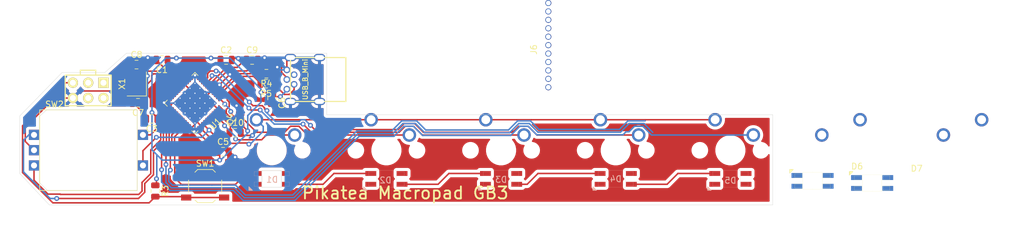
<source format=kicad_pcb>
(kicad_pcb (version 20171130) (host pcbnew "(5.1.6)-1")
  (layers (0 F.Cu signal) (31 B.Cu signal) (34 B.Paste user) (35 F.Paste user) (36 B.SilkS user) (37 F.SilkS user) (38 B.Mask user) (39 F.Mask user) (44 Edge.Cuts user))
  (net 0 "")
  (net 1 GND)
  (net 2 "Net-(C7-Pad1)")
  (net 3 "Net-(C8-Pad1)")
  (net 4 "Net-(C9-Pad1)")
  (net 5 "Net-(C10-Pad1)")
  (net 6 /MOSI)
  (net 7 /RESET)
  (net 8 /MISO)
  (net 9 /A0)
  (net 10 /D9)
  (net 11 /D6)
  (net 12 /D5)
  (net 13 "Net-(R4-Pad2)")
  (net 14 /D+)
  (net 15 "Net-(R5-Pad2)")
  (net 16 /D-)
  (net 17 /CS)
  (net 18 /D4)
  (net 19 /D3)
  (net 20 /D2)
  (net 21 "Net-(U1-Pad39)")
  (net 22 "Net-(U1-Pad38)")
  (net 23 "Net-(U1-Pad37)")
  (net 24 /D8)
  (net 25 "Net-(U1-Pad22)")
  (net 26 VBUS)
  (net 27 /D7)
  (net 28 /D11)
  (net 29 /D13)
  (net 30 /D12)
  (net 31 /D1)
  (net 32 "Net-(J2-Pad4)")
  (net 33 "Net-(U1-Pad21)")
  (net 34 "Net-(U1-Pad20)")
  (net 35 "Net-(D1-Pad3)")
  (net 36 "Net-(D1-Pad2)")
  (net 37 "Net-(D1-Pad1)")
  (net 38 "Net-(D2-Pad3)")
  (net 39 "Net-(D2-Pad2)")
  (net 40 "Net-(D2-Pad1)")
  (net 41 "Net-(D3-Pad3)")
  (net 42 "Net-(D3-Pad2)")
  (net 43 "Net-(D3-Pad1)")
  (net 44 "Net-(D4-Pad3)")
  (net 45 "Net-(D4-Pad2)")
  (net 46 "Net-(D4-Pad1)")
  (net 47 "Net-(D5-Pad3)")
  (net 48 "Net-(D5-Pad2)")
  (net 49 "Net-(D5-Pad1)")
  (net 50 "Net-(D6-Pad3)")
  (net 51 "Net-(D6-Pad2)")
  (net 52 "Net-(D6-Pad1)")
  (net 53 "Net-(D7-Pad3)")
  (net 54 "Net-(D7-Pad2)")
  (net 55 "Net-(D7-Pad1)")
  (net 56 "Net-(J6-Pad1)")
  (net 57 "Net-(J6-Pad6)")
  (net 58 "Net-(J6-Pad5)")
  (net 59 "Net-(J6-Pad3)")
  (net 60 "Net-(J6-Pad2)")
  (net 61 "Net-(J6-Pad4)")
  (net 62 /28)
  (net 63 /31)
  (net 64 /29)
  (module MX_Only:MXOnly-1U-NoLED (layer F.Cu) (at 246.25 104.92)
    (fp_text reference MX7)
    (fp_text value MX-LED)
    (pad 2 thru_hole circle (at 2.54 -5.08) (size 2.25 2.25) (drill 1.47) (layers *.Cu B.Mask) (net 9 /A0))
    (pad "" np_thru_hole circle (at 0 0) (size 3.9878 3.9878) (drill 3.9878) (layers *.Cu *.Mask))
    (pad 1 thru_hole circle (at -3.81 -2.54) (size 2.25 2.25) (drill 1.47) (layers *.Cu B.Mask) (net 17 /CS))
    (pad "" np_thru_hole circle (at -5.08 0 48.0996) (size 1.75 1.75) (drill 1.75) (layers *.Cu *.Mask))
    (pad "" np_thru_hole circle (at 5.08 0 48.0996) (size 1.75 1.75) (drill 1.75) (layers *.Cu *.Mask))
  )
  (module MX_Only:MXOnly-1U-NoLED (layer F.Cu) (at 226.05 104.92)
    (fp_text reference MX6)
    (fp_text value MX-LED)
    (pad 2 thru_hole circle (at 2.54 -5.08) (size 2.25 2.25) (drill 1.47) (layers *.Cu B.Mask) (net 9 /A0))
    (pad "" np_thru_hole circle (at 0 0) (size 3.9878 3.9878) (drill 3.9878) (layers *.Cu *.Mask))
    (pad 1 thru_hole circle (at -3.81 -2.54) (size 2.25 2.25) (drill 1.47) (layers *.Cu B.Mask) (net 64 /29))
    (pad "" np_thru_hole circle (at -5.08 0 48.0996) (size 1.75 1.75) (drill 1.75) (layers *.Cu *.Mask))
    (pad "" np_thru_hole circle (at 5.08 0 48.0996) (size 1.75 1.75) (drill 1.75) (layers *.Cu *.Mask))
  )
  (module Pikatea:TONYU-DY-S352818-RGBC (layer B.Cu) (at 207.05 109.67)
    (fp_text reference D5 (at 0 0.27) (layer B.SilkS) (effects (justify mirror)))
    (fp_text value APA-106-F5)
    (pad 3 smd rect (at 2.6 -0.9) (size 1.8 0.82) (layers F.Cu F.Paste F.Mask) (net 47 "Net-(D5-Pad3)"))
    (pad 2 smd rect (at -2.6 0.9 180) (size 1.8 0.82) (layers F.Cu F.Paste F.Mask) (net 48 "Net-(D5-Pad2)"))
    (pad 4 smd rect (at -2.6 -0.9 180) (size 1.8 0.82) (layers F.Cu F.Paste F.Mask) (net 46 "Net-(D4-Pad1)"))
    (pad 1 smd rect (at 2.6 0.9) (size 1.8 0.82) (layers F.Cu F.Paste F.Mask) (net 49 "Net-(D5-Pad1)"))
  )
  (module Pikatea:TONYU-DY-S352818-RGBC (layer F.Cu) (at 230.6 110.35)
    (fp_text reference D7 (at 7.4 -2.4) (layer F.SilkS))
    (fp_text value APA-106-F5)
    (pad 3 smd rect (at 2.6 0.9) (size 1.8 0.82) (layers B.Cu B.Paste B.Mask) (net 53 "Net-(D7-Pad3)"))
    (pad 2 smd rect (at -2.6 -0.9 180) (size 1.8 0.82) (layers B.Cu B.Paste B.Mask) (net 54 "Net-(D7-Pad2)"))
    (pad 4 smd rect (at -2.6 0.9 180) (size 1.8 0.82) (layers B.Cu B.Paste B.Mask) (net 52 "Net-(D6-Pad1)"))
    (pad 1 smd rect (at 2.6 -0.9) (size 1.8 0.82) (layers B.Cu B.Paste B.Mask) (net 55 "Net-(D7-Pad1)"))
  )
  (module Pikatea:TONYU-DY-S352818-RGBC (layer F.Cu) (at 220.7 110)
    (fp_text reference D6 (at 7.4 -2.4) (layer F.SilkS))
    (fp_text value APA-106-F5)
    (pad 3 smd rect (at 2.6 0.9) (size 1.8 0.82) (layers B.Cu B.Paste B.Mask) (net 50 "Net-(D6-Pad3)"))
    (pad 2 smd rect (at -2.6 -0.9 180) (size 1.8 0.82) (layers B.Cu B.Paste B.Mask) (net 51 "Net-(D6-Pad2)"))
    (pad 4 smd rect (at -2.6 0.9 180) (size 1.8 0.82) (layers B.Cu B.Paste B.Mask) (net 49 "Net-(D5-Pad1)"))
    (pad 1 smd rect (at 2.6 -0.9) (size 1.8 0.82) (layers B.Cu B.Paste B.Mask) (net 52 "Net-(D6-Pad1)"))
  )
  (module Pikatea:TONYU-DY-S352818-RGBC (layer B.Cu) (at 188 109.67)
    (fp_text reference D4 (at 0 0.02) (layer B.SilkS) (effects (justify mirror)))
    (fp_text value APA-106-F5)
    (pad 3 smd rect (at 2.6 -0.9) (size 1.8 0.82) (layers F.Cu F.Paste F.Mask) (net 44 "Net-(D4-Pad3)"))
    (pad 2 smd rect (at -2.6 0.9 180) (size 1.8 0.82) (layers F.Cu F.Paste F.Mask) (net 45 "Net-(D4-Pad2)"))
    (pad 4 smd rect (at -2.6 -0.9 180) (size 1.8 0.82) (layers F.Cu F.Paste F.Mask) (net 43 "Net-(D3-Pad1)"))
    (pad 1 smd rect (at 2.6 0.9) (size 1.8 0.82) (layers F.Cu F.Paste F.Mask) (net 46 "Net-(D4-Pad1)"))
  )
  (module Pikatea:TONYU-DY-S352818-RGBC (layer B.Cu) (at 168.95 109.67)
    (fp_text reference D3 (at 0 0.12) (layer B.SilkS) (effects (justify mirror)))
    (fp_text value APA-106-F5)
    (pad 3 smd rect (at 2.6 -0.9) (size 1.8 0.82) (layers F.Cu F.Paste F.Mask) (net 41 "Net-(D3-Pad3)"))
    (pad 2 smd rect (at -2.6 0.9 180) (size 1.8 0.82) (layers F.Cu F.Paste F.Mask) (net 42 "Net-(D3-Pad2)"))
    (pad 4 smd rect (at -2.6 -0.9 180) (size 1.8 0.82) (layers F.Cu F.Paste F.Mask) (net 40 "Net-(D2-Pad1)"))
    (pad 1 smd rect (at 2.6 0.9) (size 1.8 0.82) (layers F.Cu F.Paste F.Mask) (net 43 "Net-(D3-Pad1)"))
  )
  (module Pikatea:TONYU-DY-S352818-RGBC (layer B.Cu) (at 149.9 109.67)
    (fp_text reference D2 (at -0.15 0.22) (layer B.SilkS) (effects (justify mirror)))
    (fp_text value APA-106-F5)
    (pad 3 smd rect (at 2.6 -0.9) (size 1.8 0.82) (layers F.Cu F.Paste F.Mask) (net 38 "Net-(D2-Pad3)"))
    (pad 2 smd rect (at -2.6 0.9 180) (size 1.8 0.82) (layers F.Cu F.Paste F.Mask) (net 39 "Net-(D2-Pad2)"))
    (pad 4 smd rect (at -2.6 -0.9 180) (size 1.8 0.82) (layers F.Cu F.Paste F.Mask) (net 37 "Net-(D1-Pad1)"))
    (pad 1 smd rect (at 2.6 0.9) (size 1.8 0.82) (layers F.Cu F.Paste F.Mask) (net 40 "Net-(D2-Pad1)"))
  )
  (module Pikatea:TONYU-DY-S352818-RGBC (layer B.Cu) (at 130.85 109.67)
    (fp_text reference D1 (at 0.05 0.12) (layer B.SilkS) (effects (justify mirror)))
    (fp_text value APA-106-F5)
    (pad 3 smd rect (at 2.6 -0.9) (size 1.8 0.82) (layers F.Cu F.Paste F.Mask) (net 35 "Net-(D1-Pad3)"))
    (pad 2 smd rect (at -2.6 0.9 180) (size 1.8 0.82) (layers F.Cu F.Paste F.Mask) (net 36 "Net-(D1-Pad2)"))
    (pad 4 smd rect (at -2.6 -0.9 180) (size 1.8 0.82) (layers F.Cu F.Paste F.Mask) (net 63 /31))
    (pad 1 smd rect (at 2.6 0.9) (size 1.8 0.82) (layers F.Cu F.Paste F.Mask) (net 37 "Net-(D1-Pad1)"))
  )
  (module Resistor_SMD:R_0805_2012Metric (layer F.Cu) (at 129.9 93.85 180)
    (fp_text reference R5 (at 0 -1.65) (layer F.SilkS))
    (fp_text value 22)
    (pad 2 smd roundrect (at 0.9375 0 180) (size 0.975 1.4) (layers F.Cu F.Paste F.Mask) (net 15 "Net-(R5-Pad2)"))
    (pad 1 smd roundrect (at -0.9375 0 180) (size 0.975 1.4) (layers F.Cu F.Paste F.Mask) (net 16 /D-))
  )
  (module Resistor_SMD:R_0805_2012Metric (layer F.Cu) (at 129.9625 92.19 180)
    (fp_text reference R4 (at 0 -1.65) (layer F.SilkS))
    (fp_text value 22)
    (pad 2 smd roundrect (at 0.9375 0 180) (size 0.975 1.4) (layers F.Cu F.Paste F.Mask) (net 13 "Net-(R4-Pad2)"))
    (pad 1 smd roundrect (at -0.9375 0 180) (size 0.975 1.4) (layers F.Cu F.Paste F.Mask) (net 14 /D+))
  )
  (module Resistor_SMD:R_0805_2012Metric (layer F.Cu) (at 111.506 111.6815 270)
    (fp_text reference R3 (at 0 -1.65 90) (layer F.SilkS))
    (fp_text value 10K)
    (pad 2 smd roundrect (at 0.9375 0 270) (size 0.975 1.4) (layers F.Cu F.Paste F.Mask) (net 7 /RESET))
    (pad 1 smd roundrect (at -0.9375 0 270) (size 0.975 1.4) (layers F.Cu F.Paste F.Mask) (net 26 VBUS))
  )
  (module Capacitor_SMD:C_0805_2012Metric (layer F.Cu) (at 124.7625 102)
    (fp_text reference C10 (at 0 -1.65) (layer F.SilkS))
    (fp_text value 0u1)
    (pad 2 smd roundrect (at 0.9375 0) (size 0.975 1.4) (layers F.Cu F.Paste F.Mask) (net 1 GND))
    (pad 1 smd roundrect (at -0.9375 0) (size 0.975 1.4) (layers F.Cu F.Paste F.Mask) (net 5 "Net-(C10-Pad1)"))
  )
  (module Capacitor_SMD:C_0805_2012Metric (layer F.Cu) (at 127.5865 89.916)
    (fp_text reference C9 (at 0 -1.65) (layer F.SilkS))
    (fp_text value 1u)
    (pad 2 smd roundrect (at 0.9375 0) (size 0.975 1.4) (layers F.Cu F.Paste F.Mask) (net 1 GND))
    (pad 1 smd roundrect (at -0.9375 0) (size 0.975 1.4) (layers F.Cu F.Paste F.Mask) (net 4 "Net-(C9-Pad1)"))
  )
  (module Capacitor_SMD:C_0805_2012Metric (layer F.Cu) (at 108.3795 90.678)
    (fp_text reference C8 (at 0 -1.65) (layer F.SilkS))
    (fp_text value 22p)
    (pad 2 smd roundrect (at 0.9375 0) (size 0.975 1.4) (layers F.Cu F.Paste F.Mask) (net 1 GND))
    (pad 1 smd roundrect (at -0.9375 0) (size 0.975 1.4) (layers F.Cu F.Paste F.Mask) (net 3 "Net-(C8-Pad1)"))
  )
  (module Capacitor_SMD:C_0805_2012Metric (layer F.Cu) (at 108.6335 97.028 180)
    (fp_text reference C7 (at 0 -1.65) (layer F.SilkS))
    (fp_text value 22p)
    (pad 2 smd roundrect (at 0.9375 0 180) (size 0.975 1.4) (layers F.Cu F.Paste F.Mask) (net 1 GND))
    (pad 1 smd roundrect (at -0.9375 0 180) (size 0.975 1.4) (layers F.Cu F.Paste F.Mask) (net 2 "Net-(C7-Pad1)"))
  )
  (module Capacitor_SMD:C_0805_2012Metric (layer F.Cu) (at 122.7605 105.156)
    (fp_text reference C5 (at 0 -1.65) (layer F.SilkS))
    (fp_text value 0u1)
    (pad 2 smd roundrect (at 0.9375 0) (size 0.975 1.4) (layers F.Cu F.Paste F.Mask) (net 1 GND))
    (pad 1 smd roundrect (at -0.9375 0) (size 0.975 1.4) (layers F.Cu F.Paste F.Mask) (net 26 VBUS))
  )
  (module Capacitor_SMD:C_0805_2012Metric (layer F.Cu) (at 125.6 99.7625 90)
    (fp_text reference C4 (at 0 -1.65 90) (layer F.SilkS))
    (fp_text value 0u1)
    (pad 2 smd roundrect (at 0.9375 0 90) (size 0.975 1.4) (layers F.Cu F.Paste F.Mask) (net 1 GND))
    (pad 1 smd roundrect (at -0.9375 0 90) (size 0.975 1.4) (layers F.Cu F.Paste F.Mask) (net 26 VBUS))
  )
  (module Capacitor_SMD:C_0805_2012Metric (layer F.Cu) (at 110.9125 99.7 180)
    (fp_text reference C3 (at 0 -1.65) (layer F.SilkS))
    (fp_text value 0u1)
    (pad 2 smd roundrect (at 0.9375 0 180) (size 0.975 1.4) (layers F.Cu F.Paste F.Mask) (net 1 GND))
    (pad 1 smd roundrect (at -0.9375 0 180) (size 0.975 1.4) (layers F.Cu F.Paste F.Mask) (net 26 VBUS))
  )
  (module Capacitor_SMD:C_0805_2012Metric (layer F.Cu) (at 123.2685 89.916)
    (fp_text reference C2 (at 0 -1.65) (layer F.SilkS))
    (fp_text value 0u1)
    (pad 2 smd roundrect (at 0.9375 0) (size 0.975 1.4) (layers F.Cu F.Paste F.Mask) (net 1 GND))
    (pad 1 smd roundrect (at -0.9375 0) (size 0.975 1.4) (layers F.Cu F.Paste F.Mask) (net 26 VBUS))
  )
  (module Capacitor_SMD:C_0805_2012Metric (layer F.Cu) (at 112.6005 89.916 180)
    (fp_text reference C1 (at 0 -1.65) (layer F.SilkS))
    (fp_text value 0u1)
    (pad 2 smd roundrect (at 0.9375 0 180) (size 0.975 1.4) (layers F.Cu F.Paste F.Mask) (net 1 GND))
    (pad 1 smd roundrect (at -0.9375 0 180) (size 0.975 1.4) (layers F.Cu F.Paste F.Mask) (net 26 VBUS))
  )
  (module Capacitor_SMD:C_0805_2012Metric (layer F.Cu) (at 130.9 96.2875 270)
    (fp_text reference C6 (at 0.7665 -1.65 90) (layer F.SilkS))
    (fp_text value 4u7)
    (pad 1 smd roundrect (at -0.9375 0 270) (size 0.975 1.4) (layers F.Cu F.Paste F.Mask) (net 26 VBUS))
    (pad 2 smd roundrect (at 0.9375 0 270) (size 0.975 1.4) (layers F.Cu F.Paste F.Mask) (net 1 GND))
  )
  (module Package_DFN_QFN:QFN-44-1EP_7x7mm_P0.5mm_EP5.15x5.15mm_ThermalVias (layer F.Cu) (at 118.09 97.09 225)
    (fp_text reference U1 (at 0 -4.82 45) (layer F.SilkS))
    (fp_text value ATMEGA32U4-EP)
    (pad 45 smd rect (at 0 0 225) (size 5.15 5.15) (layers B.Cu) (net 1 GND))
    (pad 45 thru_hole circle (at 2.325 2.325 225) (size 0.5 0.5) (drill 0.2) (layers *.Cu) (net 1 GND))
    (pad 45 thru_hole circle (at 1.1625 2.325 225) (size 0.5 0.5) (drill 0.2) (layers *.Cu) (net 1 GND))
    (pad 45 thru_hole circle (at 0 2.325 225) (size 0.5 0.5) (drill 0.2) (layers *.Cu) (net 1 GND))
    (pad 45 thru_hole circle (at -1.1625 2.325 225) (size 0.5 0.5) (drill 0.2) (layers *.Cu) (net 1 GND))
    (pad 45 thru_hole circle (at -2.325 2.325 225) (size 0.5 0.5) (drill 0.2) (layers *.Cu) (net 1 GND))
    (pad 45 thru_hole circle (at 2.325 1.1625 225) (size 0.5 0.5) (drill 0.2) (layers *.Cu) (net 1 GND))
    (pad 45 thru_hole circle (at 1.1625 1.1625 225) (size 0.5 0.5) (drill 0.2) (layers *.Cu) (net 1 GND))
    (pad 45 thru_hole circle (at 0 1.1625 225) (size 0.5 0.5) (drill 0.2) (layers *.Cu) (net 1 GND))
    (pad 45 thru_hole circle (at -1.1625 1.1625 225) (size 0.5 0.5) (drill 0.2) (layers *.Cu) (net 1 GND))
    (pad 45 thru_hole circle (at -2.325 1.1625 225) (size 0.5 0.5) (drill 0.2) (layers *.Cu) (net 1 GND))
    (pad 45 thru_hole circle (at 2.325 0 225) (size 0.5 0.5) (drill 0.2) (layers *.Cu) (net 1 GND))
    (pad 45 thru_hole circle (at 1.1625 0 225) (size 0.5 0.5) (drill 0.2) (layers *.Cu) (net 1 GND))
    (pad 45 thru_hole circle (at 0 0 225) (size 0.5 0.5) (drill 0.2) (layers *.Cu) (net 1 GND))
    (pad 45 thru_hole circle (at -1.1625 0 225) (size 0.5 0.5) (drill 0.2) (layers *.Cu) (net 1 GND))
    (pad 45 thru_hole circle (at -2.325 0 225) (size 0.5 0.5) (drill 0.2) (layers *.Cu) (net 1 GND))
    (pad 45 thru_hole circle (at 2.325 -1.1625 225) (size 0.5 0.5) (drill 0.2) (layers *.Cu) (net 1 GND))
    (pad 45 thru_hole circle (at 1.1625 -1.1625 225) (size 0.5 0.5) (drill 0.2) (layers *.Cu) (net 1 GND))
    (pad 45 thru_hole circle (at 0 -1.1625 225) (size 0.5 0.5) (drill 0.2) (layers *.Cu) (net 1 GND))
    (pad 45 thru_hole circle (at -1.1625 -1.1625 225) (size 0.5 0.5) (drill 0.2) (layers *.Cu) (net 1 GND))
    (pad 45 thru_hole circle (at -2.325 -1.1625 225) (size 0.5 0.5) (drill 0.2) (layers *.Cu) (net 1 GND))
    (pad 45 thru_hole circle (at 2.325 -2.325 225) (size 0.5 0.5) (drill 0.2) (layers *.Cu) (net 1 GND))
    (pad 45 thru_hole circle (at 1.1625 -2.325 225) (size 0.5 0.5) (drill 0.2) (layers *.Cu) (net 1 GND))
    (pad 45 thru_hole circle (at 0 -2.325 225) (size 0.5 0.5) (drill 0.2) (layers *.Cu) (net 1 GND))
    (pad 45 thru_hole circle (at -1.1625 -2.325 225) (size 0.5 0.5) (drill 0.2) (layers *.Cu) (net 1 GND))
    (pad 45 thru_hole circle (at -2.325 -2.325 225) (size 0.5 0.5) (drill 0.2) (layers *.Cu) (net 1 GND))
    (pad 45 smd rect (at 0 0 225) (size 5.15 5.15) (layers F.Cu F.Mask) (net 1 GND))
    (pad 44 smd roundrect (at -2.5 -3.4375 225) (size 0.25 0.875) (layers F.Cu F.Paste F.Mask) (net 26 VBUS))
    (pad 43 smd roundrect (at -2 -3.4375 225) (size 0.25 0.875) (layers F.Cu F.Paste F.Mask) (net 1 GND))
    (pad 42 smd roundrect (at -1.5 -3.4375 225) (size 0.25 0.875) (layers F.Cu F.Paste F.Mask) (net 5 "Net-(C10-Pad1)"))
    (pad 41 smd roundrect (at -1 -3.4375 225) (size 0.25 0.875) (layers F.Cu F.Paste F.Mask) (net 12 /D5))
    (pad 40 smd roundrect (at -0.5 -3.4375 225) (size 0.25 0.875) (layers F.Cu F.Paste F.Mask) (net 31 /D1))
    (pad 39 smd roundrect (at 0 -3.4375 225) (size 0.25 0.875) (layers F.Cu F.Paste F.Mask) (net 21 "Net-(U1-Pad39)"))
    (pad 38 smd roundrect (at 0.5 -3.4375 225) (size 0.25 0.875) (layers F.Cu F.Paste F.Mask) (net 22 "Net-(U1-Pad38)"))
    (pad 37 smd roundrect (at 1 -3.4375 225) (size 0.25 0.875) (layers F.Cu F.Paste F.Mask) (net 23 "Net-(U1-Pad37)"))
    (pad 36 smd roundrect (at 1.5 -3.4375 225) (size 0.25 0.875) (layers F.Cu F.Paste F.Mask) (net 9 /A0))
    (pad 35 smd roundrect (at 2 -3.4375 225) (size 0.25 0.875) (layers F.Cu F.Paste F.Mask) (net 1 GND))
    (pad 34 smd roundrect (at 2.5 -3.4375 225) (size 0.25 0.875) (layers F.Cu F.Paste F.Mask) (net 26 VBUS))
    (pad 33 smd roundrect (at 3.4375 -2.5 225) (size 0.875 0.25) (layers F.Cu F.Paste F.Mask) (net 1 GND))
    (pad 32 smd roundrect (at 3.4375 -2 225) (size 0.875 0.25) (layers F.Cu F.Paste F.Mask) (net 29 /D13))
    (pad 31 smd roundrect (at 3.4375 -1.5 225) (size 0.875 0.25) (layers F.Cu F.Paste F.Mask) (net 63 /31))
    (pad 30 smd roundrect (at 3.4375 -1 225) (size 0.875 0.25) (layers F.Cu F.Paste F.Mask) (net 17 /CS))
    (pad 29 smd roundrect (at 3.4375 -0.5 225) (size 0.875 0.25) (layers F.Cu F.Paste F.Mask) (net 64 /29))
    (pad 28 smd roundrect (at 3.4375 0 225) (size 0.875 0.25) (layers F.Cu F.Paste F.Mask) (net 62 /28))
    (pad 27 smd roundrect (at 3.4375 0.5 225) (size 0.875 0.25) (layers F.Cu F.Paste F.Mask) (net 11 /D6))
    (pad 26 smd roundrect (at 3.4375 1 225) (size 0.875 0.25) (layers F.Cu F.Paste F.Mask) (net 30 /D12))
    (pad 25 smd roundrect (at 3.4375 1.5 225) (size 0.875 0.25) (layers F.Cu F.Paste F.Mask) (net 18 /D4))
    (pad 24 smd roundrect (at 3.4375 2 225) (size 0.875 0.25) (layers F.Cu F.Paste F.Mask) (net 26 VBUS))
    (pad 23 smd roundrect (at 3.4375 2.5 225) (size 0.875 0.25) (layers F.Cu F.Paste F.Mask) (net 1 GND))
    (pad 22 smd roundrect (at 2.5 3.4375 225) (size 0.25 0.875) (layers F.Cu F.Paste F.Mask) (net 25 "Net-(U1-Pad22)"))
    (pad 21 smd roundrect (at 2 3.4375 225) (size 0.25 0.875) (layers F.Cu F.Paste F.Mask) (net 33 "Net-(U1-Pad21)"))
    (pad 20 smd roundrect (at 1.5 3.4375 225) (size 0.25 0.875) (layers F.Cu F.Paste F.Mask) (net 34 "Net-(U1-Pad20)"))
    (pad 19 smd roundrect (at 1 3.4375 225) (size 0.25 0.875) (layers F.Cu F.Paste F.Mask) (net 20 /D2))
    (pad 18 smd roundrect (at 0.5 3.4375 225) (size 0.25 0.875) (layers F.Cu F.Paste F.Mask) (net 19 /D3))
    (pad 17 smd roundrect (at 0 3.4375 225) (size 0.25 0.875) (layers F.Cu F.Paste F.Mask) (net 2 "Net-(C7-Pad1)"))
    (pad 16 smd roundrect (at -0.5 3.4375 225) (size 0.25 0.875) (layers F.Cu F.Paste F.Mask) (net 3 "Net-(C8-Pad1)"))
    (pad 15 smd roundrect (at -1 3.4375 225) (size 0.25 0.875) (layers F.Cu F.Paste F.Mask) (net 1 GND))
    (pad 14 smd roundrect (at -1.5 3.4375 225) (size 0.25 0.875) (layers F.Cu F.Paste F.Mask) (net 26 VBUS))
    (pad 13 smd roundrect (at -2 3.4375 225) (size 0.25 0.875) (layers F.Cu F.Paste F.Mask) (net 7 /RESET))
    (pad 12 smd roundrect (at -2.5 3.4375 225) (size 0.25 0.875) (layers F.Cu F.Paste F.Mask) (net 28 /D11))
    (pad 11 smd roundrect (at -3.4375 2.5 225) (size 0.875 0.25) (layers F.Cu F.Paste F.Mask) (net 8 /MISO))
    (pad 10 smd roundrect (at -3.4375 2 225) (size 0.875 0.25) (layers F.Cu F.Paste F.Mask) (net 6 /MOSI))
    (pad 9 smd roundrect (at -3.4375 1.5 225) (size 0.875 0.25) (layers F.Cu F.Paste F.Mask) (net 24 /D8))
    (pad 8 smd roundrect (at -3.4375 1 225) (size 0.875 0.25) (layers F.Cu F.Paste F.Mask) (net 27 /D7))
    (pad 7 smd roundrect (at -3.4375 0.5 225) (size 0.875 0.25) (layers F.Cu F.Paste F.Mask) (net 26 VBUS))
    (pad 6 smd roundrect (at -3.4375 0 225) (size 0.875 0.25) (layers F.Cu F.Paste F.Mask) (net 4 "Net-(C9-Pad1)"))
    (pad 5 smd roundrect (at -3.4375 -0.5 225) (size 0.875 0.25) (layers F.Cu F.Paste F.Mask) (net 1 GND))
    (pad 4 smd roundrect (at -3.4375 -1 225) (size 0.875 0.25) (layers F.Cu F.Paste F.Mask) (net 13 "Net-(R4-Pad2)"))
    (pad 3 smd roundrect (at -3.4375 -1.5 225) (size 0.875 0.25) (layers F.Cu F.Paste F.Mask) (net 15 "Net-(R5-Pad2)"))
    (pad 2 smd roundrect (at -3.4375 -2 225) (size 0.875 0.25) (layers F.Cu F.Paste F.Mask) (net 26 VBUS))
    (pad 1 smd roundrect (at -3.4375 -2.5 225) (size 0.875 0.25) (layers F.Cu F.Paste F.Mask) (net 10 /D9))
  )
  (module MX_Only:MXOnly-1U-NoLED (layer B.Cu) (at 207.05 104.92 180)
    (fp_text reference MX5)
    (fp_text value MX-LED)
    (pad 2 thru_hole circle (at 2.54 5.08 180) (size 2.25 2.25) (drill 1.47) (layers *.Cu F.Mask) (net 9 /A0))
    (pad "" np_thru_hole circle (at 0 0 180) (size 3.9878 3.9878) (drill 3.9878) (layers *.Cu *.Mask))
    (pad 1 thru_hole circle (at -3.81 2.54 180) (size 2.25 2.25) (drill 1.47) (layers *.Cu F.Mask) (net 62 /28))
    (pad "" np_thru_hole circle (at -5.08 0 131.9004) (size 1.75 1.75) (drill 1.75) (layers *.Cu *.Mask))
    (pad "" np_thru_hole circle (at 5.08 0 131.9004) (size 1.75 1.75) (drill 1.75) (layers *.Cu *.Mask))
  )
  (module MX_Only:MXOnly-1U-NoLED (layer B.Cu) (at 188 104.92 180)
    (fp_text reference MX4)
    (fp_text value MX-LED)
    (pad 2 thru_hole circle (at 2.54 5.08 180) (size 2.25 2.25) (drill 1.47) (layers *.Cu F.Mask) (net 9 /A0))
    (pad "" np_thru_hole circle (at 0 0 180) (size 3.9878 3.9878) (drill 3.9878) (layers *.Cu *.Mask))
    (pad 1 thru_hole circle (at -3.81 2.54 180) (size 2.25 2.25) (drill 1.47) (layers *.Cu F.Mask) (net 24 /D8))
    (pad "" np_thru_hole circle (at -5.08 0 131.9004) (size 1.75 1.75) (drill 1.75) (layers *.Cu *.Mask))
    (pad "" np_thru_hole circle (at 5.08 0 131.9004) (size 1.75 1.75) (drill 1.75) (layers *.Cu *.Mask))
  )
  (module MX_Only:MXOnly-1U-NoLED (layer B.Cu) (at 168.95 104.92 180)
    (fp_text reference MX3)
    (fp_text value MX-LED)
    (pad 2 thru_hole circle (at 2.54 5.08 180) (size 2.25 2.25) (drill 1.47) (layers *.Cu F.Mask) (net 9 /A0))
    (pad "" np_thru_hole circle (at 0 0 180) (size 3.9878 3.9878) (drill 3.9878) (layers *.Cu *.Mask))
    (pad 1 thru_hole circle (at -3.81 2.54 180) (size 2.25 2.25) (drill 1.47) (layers *.Cu F.Mask) (net 27 /D7))
    (pad "" np_thru_hole circle (at -5.08 0 131.9004) (size 1.75 1.75) (drill 1.75) (layers *.Cu *.Mask))
    (pad "" np_thru_hole circle (at 5.08 0 131.9004) (size 1.75 1.75) (drill 1.75) (layers *.Cu *.Mask))
  )
  (module MX_Only:MXOnly-1U-NoLED (layer B.Cu) (at 149.9 104.92 180)
    (fp_text reference MX2)
    (fp_text value MX-LED)
    (pad "" np_thru_hole circle (at 5.08 0 131.9004) (size 1.75 1.75) (drill 1.75) (layers *.Cu *.Mask))
    (pad "" np_thru_hole circle (at -5.08 0 131.9004) (size 1.75 1.75) (drill 1.75) (layers *.Cu *.Mask))
    (pad 1 thru_hole circle (at -3.81 2.54 180) (size 2.25 2.25) (drill 1.47) (layers *.Cu F.Mask) (net 10 /D9))
    (pad "" np_thru_hole circle (at 0 0 180) (size 3.9878 3.9878) (drill 3.9878) (layers *.Cu *.Mask))
    (pad 2 thru_hole circle (at 2.54 5.08 180) (size 2.25 2.25) (drill 1.47) (layers *.Cu F.Mask) (net 9 /A0))
  )
  (module MX_Only:MXOnly-1U-NoLED (layer B.Cu) (at 130.85 104.92 180)
    (fp_text reference MX1)
    (fp_text value MX-LED)
    (pad "" np_thru_hole circle (at 5.08 0 131.9004) (size 1.75 1.75) (drill 1.75) (layers *.Cu *.Mask))
    (pad "" np_thru_hole circle (at -5.08 0 131.9004) (size 1.75 1.75) (drill 1.75) (layers *.Cu *.Mask))
    (pad 1 thru_hole circle (at -3.81 2.54 180) (size 2.25 2.25) (drill 1.47) (layers *.Cu F.Mask) (net 12 /D5))
    (pad "" np_thru_hole circle (at 0 0 180) (size 3.9878 3.9878) (drill 3.9878) (layers *.Cu *.Mask))
    (pad 2 thru_hole circle (at 2.54 5.08 180) (size 2.25 2.25) (drill 1.47) (layers *.Cu F.Mask) (net 9 /A0))
  )
  (module "Pikatea Macropad Encoder Side Mount:Breakaway-Throughole" (layer F.Cu) (at 176.8 87.55 90)
    (fp_text reference J6 (at -0.635 -2.413 90) (layer F.SilkS))
    (fp_text value Conn_01x06_Male)
    (pad 1 thru_hole circle (at 7.1 0 90) (size 1 1) (drill 0.75) (layers *.Cu *.Mask) (net 56 "Net-(J6-Pad1)"))
    (pad 1 thru_hole circle (at -6.9 0 90) (size 1 1) (drill 0.75) (layers *.Cu *.Mask) (net 56 "Net-(J6-Pad1)"))
    (pad 6 thru_hole circle (at -5.5 0 90) (size 1 1) (drill 0.75) (layers *.Cu *.Mask) (net 57 "Net-(J6-Pad6)"))
    (pad 5 thru_hole circle (at -4.1 0 90) (size 1 1) (drill 0.75) (layers *.Cu *.Mask) (net 58 "Net-(J6-Pad5)"))
    (pad 3 thru_hole circle (at -2.7 0 90) (size 1 1) (drill 0.75) (layers *.Cu *.Mask) (net 59 "Net-(J6-Pad3)"))
    (pad 2 thru_hole circle (at -1.3 0 90) (size 1 1) (drill 0.75) (layers *.Cu *.Mask) (net 60 "Net-(J6-Pad2)"))
    (pad 1 thru_hole circle (at 5.7 0 90) (size 1 1) (drill 0.75) (layers *.Cu *.Mask) (net 56 "Net-(J6-Pad1)"))
    (pad 1 thru_hole circle (at 4.3 0 90) (size 1 1) (drill 0.75) (layers *.Cu *.Mask) (net 56 "Net-(J6-Pad1)"))
    (pad 1 thru_hole circle (at 2.9 0 90) (size 1 1) (drill 0.75) (layers *.Cu *.Mask) (net 56 "Net-(J6-Pad1)"))
    (pad 1 thru_hole circle (at 1.5 0 90) (size 1 1) (drill 0.75) (layers *.Cu *.Mask) (net 56 "Net-(J6-Pad1)"))
    (pad 4 thru_hole circle (at 0.1 0 90) (size 1 1) (drill 0.75) (layers *.Cu *.Mask) (net 61 "Net-(J6-Pad4)"))
  )
  (module keyboard_parts:AVR_ICSP_3x2 (layer F.Cu) (at 100.35 94.97 180)
    (fp_text reference J1 hide)
    (fp_text value AVR-ISP-6 hide)
    (pad 6 thru_hole circle (at 2.54 -1.27 180) (size 1.7 1.7) (drill 1.016) (layers *.Cu *.Mask F.SilkS) (net 1 GND))
    (pad 5 thru_hole circle (at 2.54 1.27 180) (size 1.7 1.7) (drill 1.016) (layers *.Cu *.Mask F.SilkS) (net 7 /RESET))
    (pad 4 thru_hole circle (at 0 -1.27 180) (size 1.7 1.7) (drill 1.016) (layers *.Cu *.Mask F.SilkS) (net 6 /MOSI))
    (pad 3 thru_hole circle (at 0 1.27 180) (size 1.7 1.7) (drill 1.016) (layers *.Cu *.Mask F.SilkS) (net 24 /D8))
    (pad 2 thru_hole circle (at -2.54 -1.27 180) (size 1.7 1.7) (drill 1.016) (layers *.Cu *.Mask F.SilkS) (net 26 VBUS))
    (pad 1 thru_hole rect (at -2.54 1.27 180) (size 1.7 1.7) (drill 1.016) (layers *.Cu *.Mask F.SilkS) (net 8 /MISO))
  )
  (module Button_Switch_SMD:SW_SPST_TL3342 (layer F.Cu) (at 119.786 110.866)
    (fp_text reference SW1 (at 0 -3.75) (layer F.SilkS))
    (fp_text value SW_DPST)
    (pad 2 smd rect (at 3.15 1.9) (size 1.7 1) (layers F.Cu F.Paste F.Mask) (net 7 /RESET))
    (pad 2 smd rect (at -3.15 1.9) (size 1.7 1) (layers F.Cu F.Paste F.Mask) (net 7 /RESET))
    (pad 1 smd rect (at 3.15 -1.9) (size 1.7 1) (layers F.Cu F.Paste F.Mask) (net 1 GND))
    (pad 1 smd rect (at -3.15 -1.9) (size 1.7 1) (layers F.Cu F.Paste F.Mask) (net 1 GND))
  )
  (module "usb_mini:USB-Mini-B_ LCSC-C46398" (layer F.Cu) (at 133.96 93.16 90)
    (fp_text reference J2 hide)
    (fp_text value USB_B_Mini (at 0.02 2.46 90) (layer F.SilkS) (effects (font (size 0.8 0.8))))
    (pad 6 thru_hole oval (at 3.65 0 90) (size 1.2 1.9) (drill oval 0.8 1.5) (layers *.Cu *.Mask) (net 1 GND))
    (pad 6 thru_hole oval (at -3.65 0 90) (size 1.2 1.9) (drill oval 0.8 1.5) (layers *.Cu *.Mask) (net 1 GND))
    (pad 1 thru_hole circle (at -1.6 -0.6 90) (size 1.1 1.1) (drill 0.7) (layers *.Cu *.Mask) (net 26 VBUS))
    (pad 2 thru_hole circle (at -0.8 0.6 90) (size 1.1 1.1) (drill 0.7) (layers *.Cu *.Mask) (net 16 /D-))
    (pad 3 thru_hole circle (at 0 -0.6 90) (size 1.1 1.1) (drill 0.7) (layers *.Cu *.Mask) (net 14 /D+))
    (pad 4 thru_hole circle (at 0.8 0.6 90) (size 1.1 1.1) (drill 0.7) (layers *.Cu *.Mask) (net 32 "Net-(J2-Pad4)"))
    (pad 5 thru_hole circle (at 1.6 -0.6 90) (size 1.1 1.1) (drill 0.7) (layers *.Cu *.Mask) (net 1 GND))
    (pad 6 thru_hole oval (at -3.65 4.82 90) (size 1.2 1.9) (drill oval 0.8 1.5) (layers *.Cu *.Mask) (net 1 GND))
    (pad 6 thru_hole oval (at 3.65 4.82 90) (size 1.2 1.9) (drill oval 0.8 1.5) (layers *.Cu *.Mask) (net 1 GND))
  )
  (module Crystal:Crystal_SMD_SeikoEpson_FA238-4Pin_3.2x2.5mm (layer F.Cu) (at 108.42 93.896 90)
    (fp_text reference X1 (at 0 -2.45 90) (layer F.SilkS))
    (fp_text value 16MHz)
    (pad 4 smd rect (at -1.1 -0.8 90) (size 1.4 1.2) (layers F.Cu F.Paste F.Mask) (net 1 GND))
    (pad 3 smd rect (at 1.1 -0.8 90) (size 1.4 1.2) (layers F.Cu F.Paste F.Mask) (net 3 "Net-(C8-Pad1)"))
    (pad 2 smd rect (at 1.1 0.8 90) (size 1.4 1.2) (layers F.Cu F.Paste F.Mask) (net 1 GND))
    (pad 1 smd rect (at -1.1 0.8 90) (size 1.4 1.2) (layers F.Cu F.Paste F.Mask) (net 2 "Net-(C7-Pad1)"))
  )
  (module "Pikatea Macropad Encoder Side Mount:Encoder-BI_EN11_HSM0E" (layer F.Cu) (at 100.4 104.9)
    (fp_text reference SW2 (at -5.658 -7.618) (layer F.SilkS))
    (fp_text value Rotary_Encoder_Switch)
    (pad S1 thru_hole rect (at 9.05 -2.54) (size 1.7 1.7) (drill 1) (layers *.Cu *.Mask) (net 18 /D4))
    (pad S2 thru_hole rect (at 9.05 2.54) (size 1.7 1.7) (drill 1) (layers *.Cu *.Mask) (net 9 /A0))
    (pad C thru_hole rect (at -9.05 0) (size 1.7 1.7) (drill 1) (layers *.Cu *.Mask) (net 1 GND))
    (pad B thru_hole rect (at -9.05 -2.54) (size 1.7 1.7) (drill 1) (layers *.Cu *.Mask) (net 11 /D6))
    (pad A thru_hole rect (at -9.05 2.54) (size 1.7 1.7) (drill 1) (layers *.Cu *.Mask) (net 30 /D12))
  )
  (gr_text "Pikatea Macropad GB3" (at 153.035 112.014) (layer F.SilkS) (effects (font (size 2 2) (thickness 0.3))))
  (gr_line (start 132.45 108.3) (end 129.2 108.3) (layer Edge.Cuts) (width 0.05))
  (gr_line (start 132.45 111.05) (end 132.45 108.3) (layer Edge.Cuts) (width 0.05))
  (gr_line (start 129.2 111.05) (end 132.45 111.05) (layer Edge.Cuts) (width 0.05))
  (gr_line (start 129.2 108.3) (end 129.2 111.05) (layer Edge.Cuts) (width 0.05))
  (gr_line (start 92.202 99.314) (end 93.472 98.2) (layer Edge.Cuts) (width 0.05))
  (gr_line (start 140 88.8) (end 140 99) (layer Edge.Cuts) (width 0.05))
  (gr_line (start 140 99) (end 214.1 99) (layer Edge.Cuts) (width 0.05))
  (gr_line (start 103.124 92) (end 106.7 88.8) (layer Edge.Cuts) (width 0.05))
  (gr_line (start 96.012 92) (end 103.124 92) (layer Edge.Cuts) (width 0.05))
  (gr_line (start 89 99.2) (end 96.012 92) (layer Edge.Cuts) (width 0.05))
  (gr_line (start 89 108.8) (end 93.9 114) (layer Edge.Cuts) (width 0.05))
  (gr_line (start 93.6 111.6) (end 108.5 111.6) (layer Edge.Cuts) (width 0.05))
  (gr_line (start 92.202 110.236) (end 93.6 111.6) (layer Edge.Cuts) (width 0.05))
  (gr_line (start 92.202 99.314) (end 92.202 110.236) (layer Edge.Cuts) (width 0.05))
  (gr_line (start 108.5 98.2) (end 93.472 98.2) (layer Edge.Cuts) (width 0.05))
  (gr_line (start 108.5 111.6) (end 108.5 98.2) (layer Edge.Cuts) (width 0.05))
  (gr_line (start 140 88.8) (end 106.7 88.8) (layer Edge.Cuts) (width 0.05))
  (gr_line (start 89 99.2) (end 89 108.8) (layer Edge.Cuts) (width 0.05))
  (gr_line (start 214.1 114) (end 214.1 99) (layer Edge.Cuts) (width 0.05))
  (gr_line (start 214.1 114) (end 93.9 114) (layer Edge.Cuts) (width 0.05))
  (via (at 129.65 89.55) (size 0.8) (drill 0.4) (layers F.Cu B.Cu) (net 1))
  (via (at 125.3 89.65) (size 0.8) (drill 0.4) (layers F.Cu B.Cu) (net 1))
  (segment (start 133.36 91.56) (end 132.219999 91.56) (width 0.25) (layer B.Cu) (net 1))
  (via (at 131.759999 91.1) (size 0.8) (drill 0.4) (layers F.Cu B.Cu) (net 1))
  (segment (start 132.219999 91.56) (end 131.759999 91.1) (width 0.25) (layer B.Cu) (net 1))
  (segment (start 133.36 90.11) (end 133.96 89.51) (width 0.25) (layer F.Cu) (net 1))
  (segment (start 133.36 91.56) (end 133.36 90.11) (width 0.25) (layer F.Cu) (net 1))
  (segment (start 107.696 95.072) (end 107.62 94.996) (width 0.25) (layer F.Cu) (net 1))
  (segment (start 107.696 97.028) (end 107.696 95.072) (width 0.25) (layer F.Cu) (net 1))
  (segment (start 109.22 93.081002) (end 109.22 92.796) (width 0.25) (layer F.Cu) (net 1))
  (segment (start 107.62 94.681002) (end 109.22 93.081002) (width 0.25) (layer F.Cu) (net 1))
  (segment (start 107.62 94.996) (end 107.62 94.681002) (width 0.25) (layer F.Cu) (net 1))
  (segment (start 110.901 90.678) (end 111.663 89.916) (width 0.25) (layer F.Cu) (net 1))
  (segment (start 109.317 90.678) (end 110.901 90.678) (width 0.25) (layer F.Cu) (net 1))
  (segment (start 109.975 99.180012) (end 109.975 99.7) (width 0.25) (layer F.Cu) (net 1))
  (segment (start 107.822988 97.028) (end 109.975 99.180012) (width 0.25) (layer F.Cu) (net 1))
  (segment (start 107.696 97.028) (end 107.822988 97.028) (width 0.25) (layer F.Cu) (net 1))
  (segment (start 107.551001 95.064999) (end 107.62 94.996) (width 0.25) (layer F.Cu) (net 1))
  (segment (start 98.985001 95.064999) (end 107.551001 95.064999) (width 0.25) (layer F.Cu) (net 1))
  (segment (start 97.81 96.24) (end 98.985001 95.064999) (width 0.25) (layer F.Cu) (net 1))
  (segment (start 91.35 104.9) (end 90.7 104.9) (width 0.25) (layer F.Cu) (net 1))
  (via (at 125 97.5) (size 0.8) (drill 0.4) (layers F.Cu B.Cu) (net 1))
  (segment (start 120.918427 97.09) (end 118.09 97.09) (width 0.25) (layer F.Cu) (net 1))
  (segment (start 121.934893 98.106466) (end 120.918427 97.09) (width 0.25) (layer F.Cu) (net 1))
  (segment (start 118.797107 97.09) (end 118.09 97.09) (width 0.25) (layer F.Cu) (net 1))
  (segment (start 120.874233 95.012874) (end 118.797107 97.09) (width 0.25) (layer F.Cu) (net 1))
  (segment (start 118.09 99.847731) (end 118.09 97.09) (width 0.25) (layer F.Cu) (net 1))
  (segment (start 119.106466 100.864197) (end 118.09 99.847731) (width 0.25) (layer F.Cu) (net 1))
  (segment (start 119.106466 100.934893) (end 119.106466 100.864197) (width 0.25) (layer F.Cu) (net 1))
  (segment (start 118.09 100.625534) (end 118.09 97.09) (width 0.25) (layer F.Cu) (net 1))
  (segment (start 117.427087 101.288447) (end 118.09 100.625534) (width 0.25) (layer F.Cu) (net 1))
  (segment (start 114.37769 97.09) (end 118.09 97.09) (width 0.25) (layer F.Cu) (net 1))
  (segment (start 113.891553 97.576137) (end 114.37769 97.09) (width 0.25) (layer F.Cu) (net 1))
  (segment (start 113.891553 97.752913) (end 113.891553 97.576137) (width 0.25) (layer F.Cu) (net 1))
  (segment (start 118.09 95.675787) (end 116.366427 93.952214) (width 0.25) (layer F.Cu) (net 1))
  (segment (start 118.09 97.09) (end 118.09 95.675787) (width 0.25) (layer F.Cu) (net 1))
  (segment (start 124.5 100.600876) (end 124.5 101.17065) (width 0.25) (layer F.Cu) (net 1))
  (segment (start 124.5 101.17065) (end 125.32935 102) (width 0.25) (layer F.Cu) (net 1))
  (segment (start 122.00559 98.106466) (end 124.5 100.600876) (width 0.25) (layer F.Cu) (net 1))
  (segment (start 125.32935 102) (end 125.7 102) (width 0.25) (layer F.Cu) (net 1))
  (segment (start 121.934893 98.106466) (end 122.00559 98.106466) (width 0.25) (layer F.Cu) (net 1))
  (segment (start 125.7 102) (end 126.15 102.45) (width 0.25) (layer F.Cu) (net 1))
  (segment (start 126.15 102.45) (end 127.65 102.45) (width 0.25) (layer F.Cu) (net 1))
  (segment (start 127.65 102.45) (end 127.65 102.45) (width 0.25) (layer F.Cu) (net 1))
  (via (at 127.65 102.45) (size 0.8) (drill 0.4) (layers F.Cu B.Cu) (net 1))
  (segment (start 128.524 89.916) (end 126.70001 91.73999) (width 0.25) (layer F.Cu) (net 1))
  (segment (start 124.472 89.65) (end 124.206 89.916) (width 0.25) (layer F.Cu) (net 1))
  (segment (start 125.3 89.65) (end 124.472 89.65) (width 0.25) (layer F.Cu) (net 1))
  (segment (start 125.6 98.1) (end 125 97.5) (width 0.25) (layer F.Cu) (net 1))
  (segment (start 125.6 98.825) (end 125.6 98.1) (width 0.25) (layer F.Cu) (net 1))
  (via (at 123.902653 92.302653) (size 0.8) (drill 0.4) (layers F.Cu B.Cu) (net 1))
  (segment (start 124.147117 92.058189) (end 123.902653 92.302653) (width 0.25) (layer F.Cu) (net 1))
  (via (at 122.152653 94.052653) (size 0.8) (drill 0.4) (layers F.Cu B.Cu) (net 1))
  (segment (start 123.902653 92.302653) (end 122.152653 94.052653) (width 0.25) (layer F.Cu) (net 1))
  (segment (start 121.834454 94.052653) (end 122.152653 94.052653) (width 0.25) (layer F.Cu) (net 1))
  (segment (start 120.874233 95.012874) (end 121.834454 94.052653) (width 0.25) (layer F.Cu) (net 1))
  (segment (start 124.465316 91.73999) (end 123.902653 92.302653) (width 0.25) (layer F.Cu) (net 1))
  (segment (start 126.70001 91.73999) (end 124.465316 91.73999) (width 0.25) (layer F.Cu) (net 1))
  (segment (start 113.735203 91.32099) (end 116.366427 93.952214) (width 0.25) (layer F.Cu) (net 1))
  (segment (start 113.06799 91.32099) (end 113.735203 91.32099) (width 0.25) (layer F.Cu) (net 1))
  (segment (start 111.663 89.916) (end 113.06799 91.32099) (width 0.25) (layer F.Cu) (net 1))
  (via (at 110.25 89.55) (size 0.8) (drill 0.4) (layers F.Cu B.Cu) (net 1))
  (segment (start 109.317 90.678) (end 109.317 90.483) (width 0.25) (layer F.Cu) (net 1))
  (segment (start 109.317 90.483) (end 110.25 89.55) (width 0.25) (layer F.Cu) (net 1))
  (via (at 110.175 92.57214) (size 0.8) (drill 0.4) (layers F.Cu B.Cu) (net 1))
  (segment (start 109.22 92.796) (end 109.95114 92.796) (width 0.25) (layer F.Cu) (net 1))
  (segment (start 109.95114 92.796) (end 110.175 92.57214) (width 0.25) (layer F.Cu) (net 1))
  (segment (start 111.297 89.55) (end 111.663 89.916) (width 0.25) (layer F.Cu) (net 1))
  (segment (start 110.25 89.55) (end 111.297 89.55) (width 0.25) (layer F.Cu) (net 1))
  (segment (start 94.768681 96.24) (end 89.9 101.108681) (width 0.25) (layer F.Cu) (net 1))
  (segment (start 97.81 96.24) (end 94.768681 96.24) (width 0.25) (layer F.Cu) (net 1))
  (segment (start 89.9 103.45) (end 91.35 104.9) (width 0.25) (layer F.Cu) (net 1))
  (segment (start 89.9 101.108681) (end 89.9 103.45) (width 0.25) (layer F.Cu) (net 1))
  (via (at 124.75 106.05) (size 0.8) (drill 0.4) (layers F.Cu B.Cu) (net 1))
  (segment (start 123.698 105.156) (end 123.856 105.156) (width 0.25) (layer F.Cu) (net 1))
  (segment (start 123.856 105.156) (end 124.75 106.05) (width 0.25) (layer F.Cu) (net 1))
  (segment (start 119.449782 101.278209) (end 119.106466 100.934893) (width 0.25) (layer F.Cu) (net 1))
  (segment (start 121.12985 103.35) (end 119.449782 101.669932) (width 0.25) (layer F.Cu) (net 1))
  (segment (start 121.52135 103.35) (end 121.12985 103.35) (width 0.25) (layer F.Cu) (net 1))
  (segment (start 123.32735 105.156) (end 121.52135 103.35) (width 0.25) (layer F.Cu) (net 1))
  (segment (start 119.449782 101.669932) (end 119.449782 101.278209) (width 0.25) (layer F.Cu) (net 1))
  (segment (start 123.698 105.156) (end 123.32735 105.156) (width 0.25) (layer F.Cu) (net 1))
  (via (at 112.95 97) (size 0.8) (drill 0.4) (layers F.Cu B.Cu) (net 1))
  (segment (start 118.09 97.09) (end 113.04 97.09) (width 0.25) (layer B.Cu) (net 1))
  (segment (start 113.04 97.09) (end 112.95 97) (width 0.25) (layer B.Cu) (net 1))
  (segment (start 118.09 97.09) (end 118.09 101.68243) (width 0.25) (layer B.Cu) (net 1))
  (via (at 117.975 101.79743) (size 0.8) (drill 0.4) (layers F.Cu B.Cu) (net 1))
  (segment (start 118.09 101.68243) (end 117.975 101.79743) (width 0.25) (layer B.Cu) (net 1))
  (segment (start 119.9108 95.2692) (end 122.7692 95.2692) (width 0.25) (layer B.Cu) (net 1))
  (segment (start 122.7692 95.2692) (end 125 97.5) (width 0.25) (layer B.Cu) (net 1))
  (segment (start 118.09 97.09) (end 119.9108 95.2692) (width 0.25) (layer B.Cu) (net 1))
  (via (at 118.1 92.45) (size 0.8) (drill 0.4) (layers F.Cu B.Cu) (net 1))
  (segment (start 118.09 97.09) (end 118.09 92.46) (width 0.25) (layer B.Cu) (net 1))
  (segment (start 118.09 92.46) (end 118.1 92.45) (width 0.25) (layer B.Cu) (net 1))
  (segment (start 109.22 94.896) (end 110.9 93.216) (width 0.25) (layer F.Cu) (net 2))
  (segment (start 109.22 94.996) (end 109.22 94.896) (width 0.25) (layer F.Cu) (net 2))
  (segment (start 110.9 92.5) (end 111.178991 92.221009) (width 0.25) (layer F.Cu) (net 2))
  (segment (start 110.9 93.216) (end 110.9 92.5) (width 0.25) (layer F.Cu) (net 2))
  (segment (start 113.221009 92.221009) (end 115.65932 94.65932) (width 0.25) (layer F.Cu) (net 2))
  (segment (start 111.178991 92.221009) (end 113.221009 92.221009) (width 0.25) (layer F.Cu) (net 2))
  (segment (start 109.22 96.677) (end 109.571 97.028) (width 0.25) (layer F.Cu) (net 2))
  (segment (start 109.22 94.996) (end 109.22 96.677) (width 0.25) (layer F.Cu) (net 2))
  (segment (start 107.442 92.618) (end 107.62 92.796) (width 0.25) (layer F.Cu) (net 3))
  (segment (start 107.442 90.678) (end 107.442 92.618) (width 0.25) (layer F.Cu) (net 3))
  (segment (start 113.478106 91.770999) (end 116.012874 94.305767) (width 0.25) (layer F.Cu) (net 3))
  (segment (start 108.359999 91.770999) (end 113.478106 91.770999) (width 0.25) (layer F.Cu) (net 3))
  (segment (start 107.654 92.796) (end 107.654 92.476998) (width 0.25) (layer F.Cu) (net 3))
  (segment (start 107.654 92.476998) (end 108.359999 91.770999) (width 0.25) (layer F.Cu) (net 3))
  (segment (start 107.62 92.796) (end 107.654 92.796) (width 0.25) (layer F.Cu) (net 3))
  (segment (start 120.52068 94.65932) (end 124.03 91.15) (width 0.25) (layer F.Cu) (net 4))
  (segment (start 124.03 91.15) (end 125.1 91.15) (width 0.25) (layer F.Cu) (net 4))
  (segment (start 126.334 89.916) (end 126.799 89.916) (width 0.25) (layer F.Cu) (net 4))
  (segment (start 125.1 91.15) (end 126.334 89.916) (width 0.25) (layer F.Cu) (net 4))
  (segment (start 123.975 100.782983) (end 123.975 102) (width 0.25) (layer F.Cu) (net 5))
  (segment (start 121.652036 98.460019) (end 123.975 100.782983) (width 0.25) (layer F.Cu) (net 5))
  (segment (start 121.58134 98.460019) (end 121.652036 98.460019) (width 0.25) (layer F.Cu) (net 5))
  (segment (start 116.489 112.619) (end 116.636 112.766) (width 0.25) (layer F.Cu) (net 7))
  (segment (start 111.506 112.619) (end 116.489 112.619) (width 0.25) (layer F.Cu) (net 7))
  (segment (start 116.636 112.766) (end 122.936 112.766) (width 0.25) (layer F.Cu) (net 7))
  (segment (start 94.482115 113.65) (end 110.475 113.65) (width 0.25) (layer F.Cu) (net 7))
  (segment (start 89.44999 108.617875) (end 94.482115 113.65) (width 0.25) (layer F.Cu) (net 7))
  (segment (start 110.475 113.65) (end 111.506 112.619) (width 0.25) (layer F.Cu) (net 7))
  (segment (start 89.44999 100.857929) (end 89.44999 108.617875) (width 0.25) (layer F.Cu) (net 7))
  (segment (start 96.607919 93.7) (end 89.44999 100.857929) (width 0.25) (layer F.Cu) (net 7))
  (segment (start 97.81 93.7) (end 96.607919 93.7) (width 0.25) (layer F.Cu) (net 7))
  (segment (start 128.31 99.84) (end 147.36 99.84) (width 0.25) (layer F.Cu) (net 9))
  (segment (start 147.36 99.84) (end 166.41 99.84) (width 0.25) (layer F.Cu) (net 9))
  (segment (start 185.46 99.84) (end 204.51 99.84) (width 0.25) (layer F.Cu) (net 9))
  (segment (start 174.09 99.84) (end 166.41 99.84) (width 0.25) (layer F.Cu) (net 9))
  (segment (start 185.46 99.84) (end 174.09 99.84) (width 0.25) (layer F.Cu) (net 9))
  (segment (start 127.273001 103.900001) (end 127.05 103.900001) (width 0.25) (layer B.Cu) (net 9))
  (via (at 127.05 103.900001) (size 0.8) (drill 0.4) (layers F.Cu B.Cu) (net 9))
  (segment (start 129.434999 101.738003) (end 127.273001 103.900001) (width 0.25) (layer B.Cu) (net 9))
  (segment (start 128.31 99.84) (end 129.434999 100.964999) (width 0.25) (layer B.Cu) (net 9))
  (segment (start 129.434999 100.964999) (end 129.434999 101.738003) (width 0.25) (layer B.Cu) (net 9))
  (segment (start 125.192347 103.769347) (end 122.648026 103.769347) (width 0.25) (layer F.Cu) (net 9))
  (segment (start 126.855846 103.705847) (end 125.255847 103.705847) (width 0.25) (layer F.Cu) (net 9))
  (segment (start 125.255847 103.705847) (end 125.192347 103.769347) (width 0.25) (layer F.Cu) (net 9))
  (segment (start 127.05 103.900001) (end 126.855846 103.705847) (width 0.25) (layer F.Cu) (net 9))
  (via (at 111.675 102.765771) (size 0.8) (drill 0.4) (layers F.Cu B.Cu) (net 9))
  (segment (start 109.45 107.44) (end 109.45 104.990771) (width 0.25) (layer F.Cu) (net 9))
  (segment (start 109.45 104.990771) (end 111.675 102.765771) (width 0.25) (layer F.Cu) (net 9))
  (segment (start 119.234229 102.765771) (end 120.439339 101.560661) (width 0.25) (layer B.Cu) (net 9))
  (segment (start 111.675 102.765771) (end 119.234229 102.765771) (width 0.25) (layer B.Cu) (net 9))
  (via (at 120.439339 101.560661) (size 0.8) (drill 0.4) (layers F.Cu B.Cu) (net 9))
  (segment (start 122.648026 103.769347) (end 120.439339 101.560661) (width 0.25) (layer F.Cu) (net 9))
  (segment (start 120.439339 101.560661) (end 119.460019 100.58134) (width 0.25) (layer F.Cu) (net 9))
  (segment (start 133.963999 100.929999) (end 132.964008 101.92999) (width 0.25) (layer F.Cu) (net 10))
  (segment (start 135.356001 100.929999) (end 133.963999 100.929999) (width 0.25) (layer F.Cu) (net 10))
  (segment (start 153.71 102.38) (end 136.806002 102.38) (width 0.25) (layer F.Cu) (net 10))
  (segment (start 136.806002 102.38) (end 135.356001 100.929999) (width 0.25) (layer F.Cu) (net 10))
  (via (at 124.039303 98.478464) (size 0.8) (drill 0.4) (layers F.Cu B.Cu) (net 10))
  (segment (start 128.33434 101.92999) (end 126.04186 99.63751) (width 0.25) (layer F.Cu) (net 10))
  (segment (start 132.964008 101.92999) (end 128.33434 101.92999) (width 0.25) (layer F.Cu) (net 10))
  (segment (start 126.04186 99.63751) (end 124.90816 99.63751) (width 0.25) (layer F.Cu) (net 10))
  (segment (start 124.90816 99.63751) (end 124.039303 98.768653) (width 0.25) (layer F.Cu) (net 10))
  (segment (start 124.039303 98.768653) (end 124.039303 98.478464) (width 0.25) (layer F.Cu) (net 10))
  (via (at 123.05 97.25) (size 0.8) (drill 0.4) (layers F.Cu B.Cu) (net 10))
  (segment (start 124.039303 98.478464) (end 124.039303 98.239303) (width 0.25) (layer B.Cu) (net 10))
  (segment (start 124.039303 98.239303) (end 123.05 97.25) (width 0.25) (layer B.Cu) (net 10))
  (segment (start 123.05 97.18864) (end 122.288447 96.427087) (width 0.25) (layer F.Cu) (net 10))
  (segment (start 123.05 97.25) (end 123.05 97.18864) (width 0.25) (layer F.Cu) (net 10))
  (segment (start 192.506001 100.929999) (end 191.113999 100.929999) (width 0.25) (layer B.Cu) (net 62))
  (segment (start 191.113999 100.929999) (end 190.2 101.843998) (width 0.25) (layer B.Cu) (net 62))
  (segment (start 210.86 102.38) (end 193.956002 102.38) (width 0.25) (layer B.Cu) (net 62))
  (segment (start 193.956002 102.38) (end 192.506001 100.929999) (width 0.25) (layer B.Cu) (net 62))
  (segment (start 190.2 101.843998) (end 189.706002 101.843998) (width 0.25) (layer B.Cu) (net 62))
  (segment (start 189.706002 101.843998) (end 189.2 102.35) (width 0.25) (layer B.Cu) (net 62))
  (segment (start 173.456001 100.929999) (end 172.070001 100.929999) (width 0.25) (layer B.Cu) (net 62))
  (segment (start 189.2 102.35) (end 174.876002 102.35) (width 0.25) (layer B.Cu) (net 62))
  (segment (start 174.876002 102.35) (end 173.456001 100.929999) (width 0.25) (layer B.Cu) (net 62))
  (segment (start 172.070001 100.929999) (end 170.55 102.45) (width 0.25) (layer B.Cu) (net 62))
  (segment (start 154.406001 100.929999) (end 152.820001 100.929999) (width 0.25) (layer B.Cu) (net 62))
  (segment (start 170.55 102.45) (end 155.926002 102.45) (width 0.25) (layer B.Cu) (net 62))
  (segment (start 155.926002 102.45) (end 154.406001 100.929999) (width 0.25) (layer B.Cu) (net 62))
  (segment (start 152.820001 100.929999) (end 151.148901 102.601099) (width 0.25) (layer B.Cu) (net 62))
  (segment (start 145.362899 102.601099) (end 134.713998 113.25) (width 0.25) (layer B.Cu) (net 62))
  (segment (start 151.148901 102.601099) (end 145.362899 102.601099) (width 0.25) (layer B.Cu) (net 62))
  (segment (start 134.713998 113.25) (end 126.1 113.25) (width 0.25) (layer B.Cu) (net 62))
  (segment (start 126.1 113.25) (end 124.45 111.6) (width 0.25) (layer B.Cu) (net 62))
  (segment (start 113.95 111.6) (end 112.55 110.2) (width 0.25) (layer B.Cu) (net 62))
  (segment (start 124.45 111.6) (end 113.95 111.6) (width 0.25) (layer B.Cu) (net 62))
  (via (at 112.55 108.15) (size 0.8) (drill 0.4) (layers F.Cu B.Cu) (net 62))
  (segment (start 112.55 110.2) (end 112.55 108.15) (width 0.25) (layer B.Cu) (net 62))
  (segment (start 121.227786 98.813573) (end 123.008356 100.594143) (width 0.25) (layer F.Cu) (net 12))
  (via (at 123.008356 100.841644) (size 0.8) (drill 0.4) (layers F.Cu B.Cu) (net 12))
  (segment (start 123.008356 100.594143) (end 123.008356 100.841644) (width 0.25) (layer F.Cu) (net 12))
  (via (at 124.844346 103.044346) (size 0.8) (drill 0.4) (layers F.Cu B.Cu) (net 12))
  (segment (start 123.008356 100.841644) (end 124.844346 102.677634) (width 0.25) (layer B.Cu) (net 12))
  (segment (start 124.844346 102.677634) (end 124.844346 103.044346) (width 0.25) (layer B.Cu) (net 12))
  (segment (start 124.975001 103.175001) (end 124.844346 103.044346) (width 0.25) (layer F.Cu) (net 12))
  (segment (start 129.163025 103.175001) (end 124.975001 103.175001) (width 0.25) (layer F.Cu) (net 12))
  (segment (start 129.958026 102.38) (end 129.163025 103.175001) (width 0.25) (layer F.Cu) (net 12))
  (segment (start 134.66 102.38) (end 129.958026 102.38) (width 0.25) (layer F.Cu) (net 12))
  (segment (start 125.088308 92.19) (end 122.500654 94.777654) (width 0.25) (layer F.Cu) (net 13))
  (segment (start 129.025 92.19) (end 125.088308 92.19) (width 0.25) (layer F.Cu) (net 13))
  (segment (start 121.816559 94.777654) (end 121.227786 95.366427) (width 0.25) (layer F.Cu) (net 13))
  (segment (start 122.500654 94.777654) (end 121.816559 94.777654) (width 0.25) (layer F.Cu) (net 13))
  (segment (start 132.484999 91.980001) (end 132.484999 90.415001) (width 0.25) (layer F.Cu) (net 14))
  (segment (start 133.36 93.16) (end 133.36 92.855002) (width 0.25) (layer F.Cu) (net 14))
  (segment (start 133.36 92.855002) (end 132.484999 91.980001) (width 0.25) (layer F.Cu) (net 14))
  (segment (start 132.484999 90.415001) (end 132.319998 90.25) (width 0.25) (layer F.Cu) (net 14))
  (segment (start 132.319998 90.25) (end 131.35 90.25) (width 0.25) (layer F.Cu) (net 14))
  (segment (start 130.75 90.85) (end 130.75 92.19) (width 0.25) (layer F.Cu) (net 14))
  (segment (start 131.35 90.25) (end 130.75 90.85) (width 0.25) (layer F.Cu) (net 14))
  (segment (start 129.1125 93.85) (end 129.05 93.85) (width 0.25) (layer F.Cu) (net 15))
  (segment (start 129.05 93.85) (end 127.84001 92.64001) (width 0.25) (layer F.Cu) (net 15))
  (segment (start 121.58134 95.649283) (end 121.58134 95.719981) (width 0.25) (layer F.Cu) (net 15))
  (segment (start 122.144353 95.227664) (end 122.687055 95.227663) (width 0.25) (layer F.Cu) (net 15))
  (segment (start 121.58134 95.719981) (end 121.652036 95.719981) (width 0.25) (layer F.Cu) (net 15))
  (segment (start 121.652036 95.719981) (end 122.144353 95.227664) (width 0.25) (layer F.Cu) (net 15))
  (segment (start 125.274708 92.64001) (end 127.84001 92.64001) (width 0.25) (layer F.Cu) (net 15))
  (segment (start 122.687055 95.227663) (end 125.274708 92.64001) (width 0.25) (layer F.Cu) (net 15))
  (segment (start 131.154998 93.85) (end 130.6875 93.85) (width 0.25) (layer F.Cu) (net 16))
  (segment (start 132.939999 95.635001) (end 131.154998 93.85) (width 0.25) (layer F.Cu) (net 16))
  (segment (start 133.780001 95.635001) (end 132.939999 95.635001) (width 0.25) (layer F.Cu) (net 16))
  (segment (start 134.56 93.96) (end 134.56 94.855002) (width 0.25) (layer F.Cu) (net 16))
  (segment (start 134.56 94.855002) (end 133.780001 95.635001) (width 0.25) (layer F.Cu) (net 16))
  (segment (start 110.698679 102.36) (end 109.45 102.36) (width 0.25) (layer F.Cu) (net 18))
  (segment (start 114.59866 98.460019) (end 110.698679 102.36) (width 0.25) (layer F.Cu) (net 18))
  (segment (start 91.35 109.881475) (end 93.668525 112.2) (width 0.25) (layer F.Cu) (net 30))
  (segment (start 91.35 107.44) (end 91.35 109.881475) (width 0.25) (layer F.Cu) (net 30))
  (segment (start 93.668525 112.2) (end 95.7 112.2) (width 0.25) (layer F.Cu) (net 30))
  (segment (start 112.85001 101.622883) (end 112.85001 103.3864) (width 0.25) (layer F.Cu) (net 11))
  (segment (start 115.305767 99.167126) (end 112.85001 101.622883) (width 0.25) (layer F.Cu) (net 11))
  (segment (start 112.85001 103.3864) (end 111.20001 105.0364) (width 0.25) (layer F.Cu) (net 11))
  (segment (start 111.20001 105.0364) (end 111.200009 108.986401) (width 0.25) (layer F.Cu) (net 11))
  (via (at 95.120523 112.925) (size 0.8) (drill 0.4) (layers F.Cu B.Cu) (net 11))
  (segment (start 109.750009 111.886401) (end 108.71141 112.925) (width 0.25) (layer F.Cu) (net 11))
  (segment (start 111.200009 108.986401) (end 109.75001 110.4364) (width 0.25) (layer F.Cu) (net 11))
  (segment (start 108.71141 112.925) (end 95.120523 112.925) (width 0.25) (layer F.Cu) (net 11))
  (segment (start 109.75001 110.4364) (end 109.750009 111.886401) (width 0.25) (layer F.Cu) (net 11))
  (segment (start 90.49 102.36) (end 91.35 102.36) (width 0.25) (layer B.Cu) (net 11))
  (segment (start 89.6 103.25) (end 90.49 102.36) (width 0.25) (layer B.Cu) (net 11))
  (segment (start 89.6 108.5) (end 89.6 103.25) (width 0.25) (layer B.Cu) (net 11))
  (segment (start 95.120523 112.925) (end 94.025 112.925) (width 0.25) (layer B.Cu) (net 11))
  (segment (start 94.025 112.925) (end 89.6 108.5) (width 0.25) (layer B.Cu) (net 11))
  (segment (start 116.366427 100.227786) (end 114.250019 102.344194) (width 0.25) (layer F.Cu) (net 17))
  (segment (start 114.250019 102.344194) (end 114.250018 103.895622) (width 0.25) (layer F.Cu) (net 17))
  (segment (start 114.250018 103.895622) (end 114 104.14564) (width 0.25) (layer F.Cu) (net 17))
  (via (at 114 108.20541) (size 0.8) (drill 0.4) (layers F.Cu B.Cu) (net 17))
  (segment (start 114 104.14564) (end 114 108.20541) (width 0.25) (layer F.Cu) (net 17))
  (segment (start 113.75 108.3) (end 113.75 110.1) (width 0.25) (layer B.Cu) (net 17))
  (segment (start 113.75 110.1) (end 114.349981 110.699981) (width 0.25) (layer B.Cu) (net 17))
  (segment (start 114 108.20541) (end 113.84459 108.20541) (width 0.25) (layer B.Cu) (net 17))
  (segment (start 113.84459 108.20541) (end 113.75 108.3) (width 0.25) (layer B.Cu) (net 17))
  (segment (start 114.349981 110.699981) (end 116.05 110.699981) (width 0.25) (layer B.Cu) (net 17))
  (segment (start 116.05 110.699981) (end 120.900019 110.699981) (width 0.25) (layer B.Cu) (net 17))
  (segment (start 120.900019 110.699981) (end 124.822802 110.699982) (width 0.25) (layer B.Cu) (net 17))
  (segment (start 124.822802 110.699982) (end 126.4728 112.34998) (width 0.25) (layer B.Cu) (net 17))
  (segment (start 134.341198 112.34998) (end 144.990099 101.701079) (width 0.25) (layer B.Cu) (net 17))
  (segment (start 126.4728 112.34998) (end 134.341198 112.34998) (width 0.25) (layer B.Cu) (net 17))
  (segment (start 152.447201 100.029979) (end 154.91639 100.02998) (width 0.25) (layer B.Cu) (net 17))
  (segment (start 144.990099 101.701079) (end 150.776101 101.701079) (width 0.25) (layer B.Cu) (net 17))
  (segment (start 150.776101 101.701079) (end 152.447201 100.029979) (width 0.25) (layer B.Cu) (net 17))
  (segment (start 154.91639 100.02998) (end 156.43639 101.54998) (width 0.25) (layer B.Cu) (net 17))
  (segment (start 173.828803 100.029981) (end 175.248802 101.44998) (width 0.25) (layer B.Cu) (net 17))
  (segment (start 156.43639 101.54998) (end 170.1772 101.54998) (width 0.25) (layer B.Cu) (net 17))
  (segment (start 171.697202 100.02998) (end 173.828803 100.029981) (width 0.25) (layer B.Cu) (net 17))
  (segment (start 170.1772 101.54998) (end 171.697202 100.02998) (width 0.25) (layer B.Cu) (net 17))
  (segment (start 175.248802 101.44998) (end 186.05 101.44998) (width 0.25) (layer B.Cu) (net 17))
  (segment (start 186.05 101.44998) (end 188.6136 101.44998) (width 0.25) (layer B.Cu) (net 17))
  (segment (start 190.0336 100.02998) (end 192.878803 100.029981) (width 0.25) (layer B.Cu) (net 17))
  (segment (start 188.6136 101.44998) (end 190.0336 100.02998) (width 0.25) (layer B.Cu) (net 17))
  (segment (start 171.870001 100.929999) (end 171.05 101.75) (width 0.25) (layer F.Cu) (net 24))
  (segment (start 173.456001 100.929999) (end 171.870001 100.929999) (width 0.25) (layer F.Cu) (net 24))
  (segment (start 191.81 102.38) (end 174.906002 102.38) (width 0.25) (layer F.Cu) (net 24))
  (segment (start 174.906002 102.38) (end 173.456001 100.929999) (width 0.25) (layer F.Cu) (net 24))
  (segment (start 170.9 101.75) (end 170.72001 101.92999) (width 0.25) (layer F.Cu) (net 24))
  (segment (start 171.05 101.75) (end 170.9 101.75) (width 0.25) (layer F.Cu) (net 24))
  (segment (start 156.042402 101.92999) (end 154.592401 100.479989) (width 0.25) (layer F.Cu) (net 24))
  (segment (start 170.72001 101.92999) (end 156.042402 101.92999) (width 0.25) (layer F.Cu) (net 24))
  (segment (start 154.592401 100.479989) (end 152.827598 100.47999) (width 0.25) (layer F.Cu) (net 24))
  (segment (start 152.827598 100.47999) (end 151.827608 101.47998) (width 0.25) (layer F.Cu) (net 24))
  (via (at 137.280153 100.769847) (size 0.8) (drill 0.4) (layers F.Cu B.Cu) (net 24))
  (segment (start 151.827608 101.47998) (end 137.990286 101.47998) (width 0.25) (layer F.Cu) (net 24))
  (segment (start 137.990286 101.47998) (end 137.280153 100.769847) (width 0.25) (layer F.Cu) (net 24))
  (segment (start 135.701999 99.839999) (end 135.427008 100.11499) (width 0.25) (layer B.Cu) (net 24))
  (segment (start 137.280153 100.769847) (end 136.350305 99.839999) (width 0.25) (layer B.Cu) (net 24))
  (segment (start 136.350305 99.839999) (end 135.701999 99.839999) (width 0.25) (layer B.Cu) (net 24))
  (segment (start 135.427008 100.11499) (end 131.449366 100.11499) (width 0.25) (layer B.Cu) (net 24))
  (via (at 130.047151 98.323879) (size 0.8) (drill 0.4) (layers F.Cu B.Cu) (net 24))
  (segment (start 131.449366 100.11499) (end 130.047151 98.712775) (width 0.25) (layer B.Cu) (net 24))
  (segment (start 130.047151 98.712775) (end 130.047151 98.323879) (width 0.25) (layer B.Cu) (net 24))
  (via (at 127.116519 96.902213) (size 0.8) (drill 0.4) (layers F.Cu B.Cu) (net 24))
  (via (at 121.6 91.75) (size 0.8) (drill 0.4) (layers F.Cu B.Cu) (net 24))
  (segment (start 127.116519 96.902213) (end 121.964306 91.75) (width 0.25) (layer B.Cu) (net 24))
  (segment (start 121.964306 91.75) (end 121.6 91.75) (width 0.25) (layer B.Cu) (net 24))
  (segment (start 119.803335 93.255344) (end 119.460019 93.59866) (width 0.25) (layer F.Cu) (net 24))
  (segment (start 120.624585 91.75) (end 121.6 91.75) (width 0.25) (layer F.Cu) (net 24))
  (segment (start 120.198792 92.175793) (end 120.624585 91.75) (width 0.25) (layer F.Cu) (net 24))
  (segment (start 119.460019 93.59866) (end 120.198792 92.859887) (width 0.25) (layer F.Cu) (net 24))
  (segment (start 120.198792 92.859887) (end 120.198792 92.175793) (width 0.25) (layer F.Cu) (net 24))
  (segment (start 127.614306 97.4) (end 127.116519 96.902213) (width 0.25) (layer F.Cu) (net 24))
  (segment (start 129.923879 98.323879) (end 129.652137 98.052137) (width 0.25) (layer F.Cu) (net 24))
  (segment (start 130.047151 98.323879) (end 129.923879 98.323879) (width 0.25) (layer F.Cu) (net 24))
  (segment (start 129.652137 98.052137) (end 129.652137 97.881169) (width 0.25) (layer F.Cu) (net 24))
  (segment (start 127.718475 97.504169) (end 127.614306 97.4) (width 0.25) (layer F.Cu) (net 24))
  (segment (start 129.652137 97.881169) (end 129.275137 97.504169) (width 0.25) (layer F.Cu) (net 24))
  (segment (start 129.275137 97.504169) (end 127.718475 97.504169) (width 0.25) (layer F.Cu) (net 24))
  (segment (start 113.25 89.6) (end 110.95 91.9) (width 0.25) (layer B.Cu) (net 26))
  (segment (start 123.9 89.6) (end 120.75 89.6) (width 0.25) (layer B.Cu) (net 26))
  (segment (start 128 93.7) (end 123.9 89.6) (width 0.25) (layer B.Cu) (net 26))
  (segment (start 110.95 91.9) (end 110.95 98.35) (width 0.25) (layer B.Cu) (net 26))
  (segment (start 122.363998 106.55) (end 126.856999 102.056999) (width 0.25) (layer B.Cu) (net 26))
  (segment (start 129.05 94.77) (end 129.06 94.76) (width 0.25) (layer B.Cu) (net 26))
  (segment (start 112.65 106.55) (end 122.2 106.55) (width 0.25) (layer B.Cu) (net 26))
  (segment (start 126.856999 101.710999) (end 126.848 101.702) (width 0.25) (layer F.Cu) (net 26))
  (segment (start 125.73 100.584) (end 125.119534 100.584) (width 0.25) (layer F.Cu) (net 26))
  (segment (start 122.2 106.55) (end 122.363998 106.55) (width 0.25) (layer B.Cu) (net 26))
  (via (at 122.2 106.55) (size 0.8) (drill 0.4) (layers F.Cu B.Cu) (net 26))
  (segment (start 122.2 105.533) (end 121.823 105.156) (width 0.25) (layer F.Cu) (net 26))
  (segment (start 122.2 106.55) (end 122.2 105.533) (width 0.25) (layer F.Cu) (net 26))
  (segment (start 121.823 105.156) (end 118.7 102.033) (width 0.25) (layer F.Cu) (net 26))
  (segment (start 118.7 101.34136) (end 118.752913 101.288447) (width 0.25) (layer F.Cu) (net 26))
  (segment (start 118.7 102.033) (end 118.7 101.34136) (width 0.25) (layer F.Cu) (net 26))
  (segment (start 112.651573 99.7) (end 114.245107 98.106466) (width 0.25) (layer F.Cu) (net 26))
  (segment (start 111.85 99.7) (end 112.651573 99.7) (width 0.25) (layer F.Cu) (net 26))
  (segment (start 115 89.6) (end 113.25 89.6) (width 0.25) (layer B.Cu) (net 26))
  (via (at 115 89.6) (size 0.8) (drill 0.4) (layers F.Cu B.Cu) (net 26))
  (segment (start 113.854 89.6) (end 113.538 89.916) (width 0.25) (layer F.Cu) (net 26))
  (segment (start 115 89.6) (end 113.854 89.6) (width 0.25) (layer F.Cu) (net 26))
  (segment (start 113.538 90.416679) (end 116.719981 93.59866) (width 0.25) (layer F.Cu) (net 26))
  (segment (start 113.538 89.916) (end 113.538 90.416679) (width 0.25) (layer F.Cu) (net 26))
  (segment (start 120.75 89.6) (end 115 89.6) (width 0.25) (layer B.Cu) (net 26))
  (via (at 120.75 89.6) (size 0.8) (drill 0.4) (layers F.Cu B.Cu) (net 26))
  (segment (start 122.015 89.6) (end 122.331 89.916) (width 0.25) (layer F.Cu) (net 26))
  (segment (start 120.75 89.6) (end 122.015 89.6) (width 0.25) (layer F.Cu) (net 26))
  (segment (start 122.331 89.916) (end 123.3 90.885) (width 0.25) (layer F.Cu) (net 26))
  (segment (start 123.3 91.172893) (end 120.167126 94.305767) (width 0.25) (layer F.Cu) (net 26))
  (segment (start 123.3 90.885) (end 123.3 91.172893) (width 0.25) (layer F.Cu) (net 26))
  (segment (start 129.06 94.76) (end 128 93.7) (width 0.25) (layer B.Cu) (net 26))
  (segment (start 123.242767 98.707233) (end 122.288447 97.752913) (width 0.25) (layer F.Cu) (net 26))
  (segment (start 131 95.45) (end 130.9 95.35) (width 0.25) (layer F.Cu) (net 26))
  (segment (start 129.1 95.35) (end 129.05 95.3) (width 0.25) (layer F.Cu) (net 26))
  (segment (start 130.9 95.35) (end 129.1 95.35) (width 0.25) (layer F.Cu) (net 26))
  (via (at 129.05 95.3) (size 0.8) (drill 0.4) (layers F.Cu B.Cu) (net 26))
  (segment (start 129.05 95.3) (end 129.05 94.77) (width 0.25) (layer B.Cu) (net 26))
  (segment (start 129.05 96.953998) (end 129.05 95.3) (width 0.25) (layer B.Cu) (net 26))
  (segment (start 126.856999 99.146999) (end 129.05 96.953998) (width 0.25) (layer B.Cu) (net 26))
  (segment (start 126.856999 102.056999) (end 126.856999 99.146999) (width 0.25) (layer B.Cu) (net 26))
  (via (at 132.289846 96.010154) (size 0.8) (drill 0.4) (layers F.Cu B.Cu) (net 26))
  (segment (start 133.36 94.76) (end 133.36 94.94) (width 0.25) (layer B.Cu) (net 26))
  (segment (start 133.36 94.94) (end 132.289846 96.010154) (width 0.25) (layer B.Cu) (net 26))
  (segment (start 131.560154 96.010154) (end 130.9 95.35) (width 0.25) (layer F.Cu) (net 26))
  (segment (start 132.289846 96.010154) (end 131.560154 96.010154) (width 0.25) (layer F.Cu) (net 26))
  (segment (start 123.292767 98.757233) (end 123.242767 98.707233) (width 0.25) (layer F.Cu) (net 26))
  (segment (start 125.119534 100.584) (end 123.292767 98.757233) (width 0.25) (layer F.Cu) (net 26))
  (segment (start 123.292767 98.151998) (end 123.292767 98.757233) (width 0.25) (layer F.Cu) (net 26))
  (segment (start 123.775001 96.901999) (end 123.775001 97.669764) (width 0.25) (layer F.Cu) (net 26))
  (segment (start 123.775001 97.669764) (end 123.292767 98.151998) (width 0.25) (layer F.Cu) (net 26))
  (segment (start 122.308427 95.7) (end 122.95 95.7) (width 0.25) (layer F.Cu) (net 26))
  (segment (start 123.45 96.576998) (end 123.775001 96.901999) (width 0.25) (layer F.Cu) (net 26))
  (segment (start 121.934893 96.073534) (end 122.308427 95.7) (width 0.25) (layer F.Cu) (net 26))
  (segment (start 122.95 95.7) (end 123.45 96.2) (width 0.25) (layer F.Cu) (net 26))
  (segment (start 123.45 96.2) (end 123.45 96.576998) (width 0.25) (layer F.Cu) (net 26))
  (segment (start 126.848 101.702) (end 125.73 100.584) (width 0.25) (layer F.Cu) (net 26))
  (via (at 126.848 101.702) (size 0.8) (drill 0.4) (layers F.Cu B.Cu) (net 26))
  (segment (start 111.85 99.55) (end 110.95 98.65) (width 0.25) (layer F.Cu) (net 26))
  (segment (start 111.85 99.7) (end 111.85 99.55) (width 0.25) (layer F.Cu) (net 26))
  (segment (start 110.95 98.35) (end 110.95 98.65) (width 0.25) (layer B.Cu) (net 26))
  (via (at 110.95 98.65) (size 0.8) (drill 0.4) (layers F.Cu B.Cu) (net 26))
  (segment (start 110.95 98.65) (end 110.95 104.85) (width 0.25) (layer B.Cu) (net 26))
  (via (at 111.7 109.65) (size 0.8) (drill 0.4) (layers F.Cu B.Cu) (net 26))
  (segment (start 111.75 105.65) (end 111.75 109.6) (width 0.25) (layer B.Cu) (net 26))
  (segment (start 111.75 109.6) (end 111.7 109.65) (width 0.25) (layer B.Cu) (net 26))
  (segment (start 111.75 105.65) (end 112.65 106.55) (width 0.25) (layer B.Cu) (net 26))
  (segment (start 110.95 104.85) (end 111.75 105.65) (width 0.25) (layer B.Cu) (net 26))
  (segment (start 111.7 110.55) (end 111.506 110.744) (width 0.25) (layer F.Cu) (net 26))
  (segment (start 111.7 109.65) (end 111.7 110.55) (width 0.25) (layer F.Cu) (net 26))
  (segment (start 153.013999 100.929999) (end 152.014008 101.92999) (width 0.25) (layer F.Cu) (net 27))
  (segment (start 154.406001 100.929999) (end 153.013999 100.929999) (width 0.25) (layer F.Cu) (net 27))
  (segment (start 172.76 102.38) (end 155.856002 102.38) (width 0.25) (layer F.Cu) (net 27))
  (segment (start 155.856002 102.38) (end 154.406001 100.929999) (width 0.25) (layer F.Cu) (net 27))
  (via (at 136.05 100.565) (size 0.8) (drill 0.4) (layers F.Cu B.Cu) (net 27))
  (segment (start 152.014008 101.92999) (end 137.41499 101.92999) (width 0.25) (layer F.Cu) (net 27))
  (segment (start 137.41499 101.92999) (end 136.05 100.565) (width 0.25) (layer F.Cu) (net 27))
  (via (at 128.927136 98.22917) (size 0.8) (drill 0.4) (layers F.Cu B.Cu) (net 27))
  (segment (start 136.05 100.565) (end 131.262966 100.565) (width 0.25) (layer B.Cu) (net 27))
  (segment (start 131.262966 100.565) (end 128.927136 98.22917) (width 0.25) (layer B.Cu) (net 27))
  (via (at 127.05 97.9) (size 0.8) (drill 0.4) (layers F.Cu B.Cu) (net 27))
  (segment (start 128.927136 98.22917) (end 127.37917 98.22917) (width 0.25) (layer F.Cu) (net 27))
  (segment (start 127.37917 98.22917) (end 127.05 97.9) (width 0.25) (layer F.Cu) (net 27))
  (via (at 120.923793 92.523794) (size 0.8) (drill 0.4) (layers F.Cu B.Cu) (net 27))
  (segment (start 127.05 97.9) (end 121.673794 92.523794) (width 0.25) (layer B.Cu) (net 27))
  (segment (start 121.673794 92.523794) (end 120.923793 92.523794) (width 0.25) (layer B.Cu) (net 27))
  (segment (start 120.923793 92.841994) (end 119.813573 93.952214) (width 0.25) (layer F.Cu) (net 27))
  (segment (start 120.923793 92.523794) (end 120.923793 92.841994) (width 0.25) (layer F.Cu) (net 27))
  (segment (start 114.952214 98.813573) (end 114.952214 98.884269) (width 0.25) (layer F.Cu) (net 30))
  (segment (start 112.400001 101.436482) (end 112.400001 103.199999) (width 0.25) (layer F.Cu) (net 30))
  (segment (start 114.952214 98.884269) (end 112.400001 101.436482) (width 0.25) (layer F.Cu) (net 30))
  (segment (start 112.400001 103.199999) (end 110.75 104.85) (width 0.25) (layer F.Cu) (net 30))
  (segment (start 110.75 104.85) (end 110.75 108.8) (width 0.25) (layer F.Cu) (net 30))
  (segment (start 110.75 108.8) (end 109.3 110.25) (width 0.25) (layer F.Cu) (net 30))
  (segment (start 109.3 110.25) (end 109.3 111.7) (width 0.25) (layer F.Cu) (net 30))
  (segment (start 109.3 111.7) (end 108.75 112.25) (width 0.25) (layer F.Cu) (net 30))
  (segment (start 95.75 112.25) (end 95.7 112.2) (width 0.25) (layer F.Cu) (net 30))
  (segment (start 108.75 112.25) (end 95.75 112.25) (width 0.25) (layer F.Cu) (net 30))
  (segment (start 133.45 110.57) (end 139.38 110.57) (width 0.25) (layer F.Cu) (net 37))
  (segment (start 141.18 108.77) (end 147.3 108.77) (width 0.25) (layer F.Cu) (net 37))
  (segment (start 139.38 110.57) (end 141.18 108.77) (width 0.25) (layer F.Cu) (net 37))
  (segment (start 152.5 110.57) (end 158.48 110.57) (width 0.25) (layer F.Cu) (net 40))
  (segment (start 160.28 108.77) (end 166.35 108.77) (width 0.25) (layer F.Cu) (net 40))
  (segment (start 158.48 110.57) (end 160.28 108.77) (width 0.25) (layer F.Cu) (net 40))
  (segment (start 185.4 108.77) (end 175.08 108.77) (width 0.25) (layer F.Cu) (net 43))
  (segment (start 173.28 110.57) (end 171.55 110.57) (width 0.25) (layer F.Cu) (net 43))
  (segment (start 175.08 108.77) (end 173.28 110.57) (width 0.25) (layer F.Cu) (net 43))
  (segment (start 190.6 110.57) (end 196.53 110.57) (width 0.25) (layer F.Cu) (net 46))
  (segment (start 198.33 108.77) (end 204.45 108.77) (width 0.25) (layer F.Cu) (net 46))
  (segment (start 196.53 110.57) (end 198.33 108.77) (width 0.25) (layer F.Cu) (net 46))
  (segment (start 116.719981 100.652036) (end 114.700028 102.671989) (width 0.25) (layer F.Cu) (net 63))
  (segment (start 116.719981 100.58134) (end 116.719981 100.652036) (width 0.25) (layer F.Cu) (net 63))
  (segment (start 114.725001 104.106997) (end 114.725001 109.474999) (width 0.25) (layer F.Cu) (net 63))
  (segment (start 114.700028 102.671989) (end 114.700027 104.082023) (width 0.25) (layer F.Cu) (net 63))
  (segment (start 114.700027 104.082023) (end 114.725001 104.106997) (width 0.25) (layer F.Cu) (net 63))
  (segment (start 114.725001 109.474999) (end 115.850002 110.6) (width 0.25) (layer F.Cu) (net 63))
  (segment (start 115.850002 110.6) (end 124.8 110.6) (width 0.25) (layer F.Cu) (net 63))
  (segment (start 124.8 110.6) (end 126.55 108.85) (width 0.25) (layer F.Cu) (net 63))
  (segment (start 113.80001 102.04999) (end 113.800009 103.709221) (width 0.25) (layer F.Cu) (net 64))
  (segment (start 116.012874 99.874233) (end 115.975767 99.874233) (width 0.25) (layer F.Cu) (net 64))
  (segment (start 115.975767 99.874233) (end 113.80001 102.04999) (width 0.25) (layer F.Cu) (net 64))
  (via (at 113.275 107.275) (size 0.8) (drill 0.4) (layers F.Cu B.Cu) (net 64))
  (segment (start 113.800009 103.709221) (end 113.275 104.23423) (width 0.25) (layer F.Cu) (net 64))
  (segment (start 113.275 104.23423) (end 113.275 107.275) (width 0.25) (layer F.Cu) (net 64))
  (segment (start 113.275 107.275) (end 113.275 110.28859) (width 0.25) (layer B.Cu) (net 64))
  (segment (start 113.28859 110.28859) (end 114.14999 111.14999) (width 0.25) (layer B.Cu) (net 64))
  (segment (start 113.275 110.28859) (end 113.28859 110.28859) (width 0.25) (layer B.Cu) (net 64))
  (segment (start 114.14999 111.14999) (end 124.636401 111.149991) (width 0.25) (layer B.Cu) (net 64))
  (segment (start 124.636401 111.149991) (end 126.2864 112.79999) (width 0.25) (layer B.Cu) (net 64))
  (segment (start 134.527598 112.79999) (end 145.176499 102.151089) (width 0.25) (layer B.Cu) (net 64))
  (segment (start 126.2864 112.79999) (end 134.527598 112.79999) (width 0.25) (layer B.Cu) (net 64))
  (segment (start 173.642402 100.47999) (end 175.062402 101.89999) (width 0.25) (layer B.Cu) (net 64))
  (segment (start 171.883601 100.479989) (end 173.642402 100.47999) (width 0.25) (layer B.Cu) (net 64))
  (segment (start 170.3636 101.99999) (end 171.883601 100.479989) (width 0.25) (layer B.Cu) (net 64))
  (segment (start 150.962501 102.151089) (end 152.633601 100.479989) (width 0.25) (layer B.Cu) (net 64))
  (segment (start 152.633601 100.479989) (end 154.729989 100.479989) (width 0.25) (layer B.Cu) (net 64))
  (segment (start 154.729989 100.479989) (end 156.24999 101.99999) (width 0.25) (layer B.Cu) (net 64))
  (segment (start 156.24999 101.99999) (end 170.3636 101.99999) (width 0.25) (layer B.Cu) (net 64))
  (segment (start 145.176499 102.151089) (end 150.962501 102.151089) (width 0.25) (layer B.Cu) (net 64))
  (segment (start 175.062402 101.89999) (end 188.8 101.89999) (width 0.25) (layer B.Cu) (net 64))
  (segment (start 190.22 100.47999) (end 192.692402 100.47999) (width 0.25) (layer B.Cu) (net 64))
  (segment (start 188.8 101.89999) (end 190.22 100.47999) (width 0.25) (layer B.Cu) (net 64))
  (segment (start 192.692402 100.47999) (end 194.142402 101.92999) (width 0.25) (layer B.Cu) (net 64))
  (segment (start 113.35 103.52282) (end 113.35 101.83) (width 0.25) (layer F.Cu) (net 62))
  (segment (start 112.55 104.32282) (end 113.35 103.52282) (width 0.25) (layer F.Cu) (net 62))
  (segment (start 113.35 101.83) (end 115.65932 99.52068) (width 0.25) (layer F.Cu) (net 62))
  (segment (start 112.55 108.15) (end 112.55 104.32282) (width 0.25) (layer F.Cu) (net 62))
  (zone (net 1) (net_name GND) (layer B.Cu) (connect_pads (clearance 0.508)) (min_thickness 0.254) (fill yes (arc_segments 32) (thermal_gap 0.508) (thermal_bridge_width 0.508))
    (polygon (pts (xy 222.8 118) (xy 85.7 118) (xy 85.8 86.2) (xy 222.8 86.2)))
  )
  (zone (net 1) (net_name GND) (layer F.Cu) (connect_pads (clearance 0.508)) (min_thickness 0.254) (fill yes (arc_segments 32) (thermal_gap 0.508) (thermal_bridge_width 0.508))
    (polygon (pts (xy 222.8 118) (xy 85.7 118) (xy 85.8 86.2) (xy 222.8 86.2)))
  )
)
</source>
